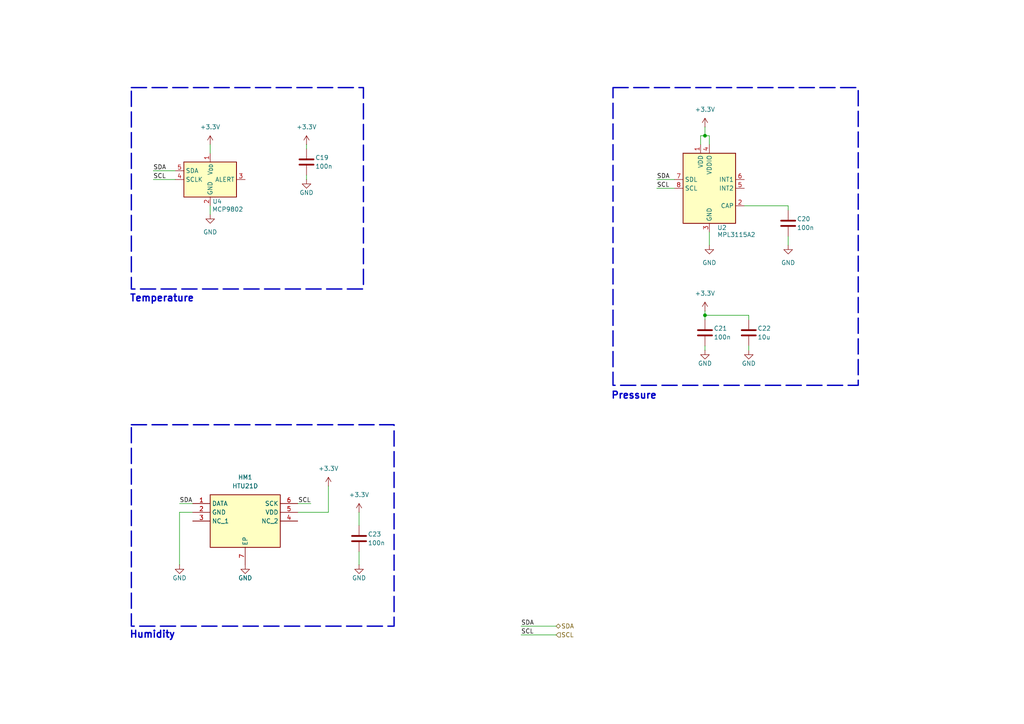
<source format=kicad_sch>
(kicad_sch (version 20231120) (generator "eeschema") (generator_version "8.0")
  (paper "A4")
  (title_block (title "Sensors") (date "2025-01-03") (company "Vojtech Piroch"))
  (lib_symbols
    (symbol "Device:C" (pin_numbers hide) (pin_names (offset 0.254))
      (property "Reference" "C" (at 0.635 2.54 0))
      (property "Value" "C" (at 0.635 -2.54 0))
      (symbol "C_0_1"
        (polyline (pts (xy -2.032 -0.762) (xy 2.032 -0.762)) (stroke (width 0.508)))
        (polyline (pts (xy -2.032 0.762) (xy 2.032 0.762)) (stroke (width 0.508)))
      )
      (symbol "C_1_1"
        (pin passive line (at 0 3.81 270) (length 2.794) (name "~") (number "1"))
        (pin passive line (at 0 -3.81 90) (length 2.794) (name "~") (number "2"))
      )
    )
    (symbol "Library:HTU21D"
      (property "Reference" "HM" (at 26.67 7.62 0))
      (property "Value" "HTU21D" (at 26.67 5.08 0))
      (symbol "HTU21D_1_1"
        (rectangle (start 5.08 2.54) (end 25.4 -12.7) (stroke (width 0.254)) (fill (type background)))
        (pin passive line (at 0 0 0) (length 5.08) (name "DATA") (number "1"))
        (pin passive line (at 0 -2.54 0) (length 5.08) (name "GND") (number "2"))
        (pin passive line (at 0 -5.08 0) (length 5.08) (name "NC_1") (number "3"))
        (pin passive line (at 30.48 -5.08 180) (length 5.08) (name "NC_2") (number "4"))
        (pin passive line (at 30.48 -2.54 180) (length 5.08) (name "VDD") (number "5"))
        (pin passive line (at 30.48 0 180) (length 5.08) (name "SCK") (number "6"))
        (pin passive line (at 15.24 -17.78 90) (length 5.08) (name "EP") (number "7"))
      )
    )
    (symbol "Sensor_Pressure:MPL3115A2"
      (property "Reference" "U" (at -6.35 11.43 0))
      (property "Value" "MPL3115A2" (at 6.35 11.43 0))
      (symbol "MPL3115A2_0_1"
        (rectangle (start 7.62 10.16) (end -7.62 -10.16) (stroke (width 0.254)) (fill (type background)))
      )
      (symbol "MPL3115A2_1_1"
        (pin power_in line (at -2.54 12.7 270) (length 2.54) (name "VDD") (number "1"))
        (pin passive line (at 10.16 -5.08 180) (length 2.54) (name "CAP") (number "2"))
        (pin power_in line (at 0 -12.7 90) (length 2.54) (name "GND") (number "3"))
        (pin power_in line (at 0 12.7 270) (length 2.54) (name "VDDIO") (number "4"))
        (pin open_collector line (at 10.16 0 180) (length 2.54) (name "INT2") (number "5"))
        (pin open_collector line (at 10.16 2.54 180) (length 2.54) (name "INT1") (number "6"))
        (pin bidirectional line (at -10.16 2.54 0) (length 2.54) (name "SDL") (number "7"))
        (pin input line (at -10.16 0 0) (length 2.54) (name "SCL") (number "8"))
      )
    )
    (symbol "Sensor_Temperature:MCP9802Ax-xOT"
      (property "Reference" "U" (at -6.35 6.35 0))
      (property "Value" "MCP9802Ax-xOT" (at 8.89 6.35 0))
      (symbol "MCP9802Ax-xOT_0_1"
        (rectangle (start -7.62 5.08) (end 7.62 -5.08) (stroke (width 0.254)) (fill (type background)))
      )
      (symbol "MCP9802Ax-xOT_1_1"
        (pin power_in line (at 0 7.62 270) (length 2.54) (name "V_{DD}") (number "1"))
        (pin power_in line (at 0 -7.62 90) (length 2.54) (name "GND") (number "2"))
        (pin output line (at 10.16 0 180) (length 2.54) (name "ALERT") (number "3"))
        (pin input line (at -10.16 0 0) (length 2.54) (name "SCLK") (number "4"))
        (pin bidirectional line (at -10.16 2.54 0) (length 2.54) (name "SDA") (number "5"))
      )
    )
    (symbol "power:+3.3V" (power) (pin_numbers hide) (pin_names (offset 0) hide)
      (property "Value" "+3.3V" (at 0 3.556 0))
      (symbol "+3.3V_0_1"
        (polyline (pts (xy -0.762 1.27) (xy 0 2.54)))
        (polyline (pts (xy 0 0) (xy 0 2.54)))
        (polyline (pts (xy 0 2.54) (xy 0.762 1.27)))
      )
      (symbol "+3.3V_1_1"
        (pin power_in line (at 0 0 90) (length 0) (name "~") (number "1"))
      )
    )
    (symbol "power:GND" (power) (pin_numbers hide) (pin_names (offset 0) hide)
      (property "Value" "GND" (at 0 -3.81 0))
      (symbol "GND_0_1"
        (polyline (pts (xy 0 0) (xy 0 -1.27) (xy 1.27 -1.27) (xy 0 -2.54) (xy -1.27 -1.27) (xy 0 -1.27)))
      )
      (symbol "GND_1_1"
        (pin power_in line (at 0 0 270) (length 0) (name "~") (number "1"))
      )
    )
  )
  (junction (at 204.47 91.44))
  (junction (at 204.47 39.37))
  (wire (pts (xy 205.74 39.37) (xy 204.47 39.37)))
  (wire (pts (xy 95.25 148.59) (xy 95.25 140.97)))
  (wire (pts (xy 228.6 68.58) (xy 228.6 71.12)))
  (wire (pts (xy 86.36 146.05) (xy 90.17 146.05)))
  (wire (pts (xy 190.5 54.61) (xy 195.58 54.61)))
  (wire (pts (xy 55.88 148.59) (xy 52.07 148.59)))
  (wire (pts (xy 52.07 148.59) (xy 52.07 163.83)))
  (wire (pts (xy 204.47 90.17) (xy 204.47 91.44)))
  (wire (pts (xy 88.9 52.07) (xy 88.9 50.8)))
  (wire (pts (xy 205.74 67.31) (xy 205.74 71.12)))
  (wire (pts (xy 204.47 36.83) (xy 204.47 39.37)))
  (wire (pts (xy 204.47 91.44) (xy 217.17 91.44)))
  (wire (pts (xy 60.96 41.91) (xy 60.96 44.45)))
  (wire (pts (xy 215.9 59.69) (xy 228.6 59.69)))
  (wire (pts (xy 217.17 92.71) (xy 217.17 91.44)))
  (wire (pts (xy 151.13 181.61) (xy 161.29 181.61)))
  (wire (pts (xy 190.5 52.07) (xy 195.58 52.07)))
  (wire (pts (xy 203.2 39.37) (xy 203.2 41.91)))
  (wire (pts (xy 52.07 146.05) (xy 55.88 146.05)))
  (wire (pts (xy 44.45 49.53) (xy 50.8 49.53)))
  (wire (pts (xy 44.45 52.07) (xy 50.8 52.07)))
  (wire (pts (xy 217.17 100.33) (xy 217.17 101.6)))
  (wire (pts (xy 88.9 41.91) (xy 88.9 43.18)))
  (wire (pts (xy 228.6 59.69) (xy 228.6 60.96)))
  (wire (pts (xy 205.74 41.91) (xy 205.74 39.37)))
  (wire (pts (xy 204.47 91.44) (xy 204.47 92.71)))
  (wire (pts (xy 204.47 101.6) (xy 204.47 100.33)))
  (wire (pts (xy 104.14 160.02) (xy 104.14 163.83)))
  (wire (pts (xy 86.36 148.59) (xy 95.25 148.59)))
  (wire (pts (xy 204.47 39.37) (xy 203.2 39.37)))
  (wire (pts (xy 60.96 59.69) (xy 60.96 62.23)))
  (wire (pts (xy 104.14 148.59) (xy 104.14 152.4)))
  (wire (pts (xy 151.13 184.15) (xy 161.29 184.15)))
  (rectangle (start 38.1 25.4) (end 105.41 83.82) (stroke (width 0.4) (type dash)))
  (rectangle (start 38.1 123.19) (end 114.3 181.61) (stroke (width 0.4) (type dash)))
  (rectangle (start 177.8 25.4) (end 248.92 111.76) (stroke (width 0.4) (type dash)))
  (text "Pressure" (at 183.896 114.808 0) (effects (font (size 2 2) (bold yes))))
  (text "Humidity" (at 44.196 184.15 0) (effects (font (size 2 2) (bold yes))))
  (text "Temperature" (at 46.99 86.614 0) (effects (font (size 2 2) (bold yes))))
  (label "SCL" (at 151.13 184.15 0))
  (label "SDA" (at 44.45 49.53 0))
  (label "SCL" (at 44.45 52.07 0))
  (label "SCL" (at 190.5 54.61 0))
  (label "SDA" (at 151.13 181.61 0))
  (label "SDA" (at 190.5 52.07 0))
  (label "SDA" (at 52.07 146.05 0))
  (label "SCL" (at 90.17 146.05 180))
  (hierarchical_label "SDA" (shape bidirectional) (at 161.29 181.61 0))
  (hierarchical_label "SCL" (shape input) (at 161.29 184.15 0))
  (symbol (lib_id "power:+3.3V") (at 204.47 36.83 0) (unit 1)
    (property "Reference" "#PWR05" (effects (hide yes)))
    (property "Value" "+3.3V" (at 204.47 31.75 0))
    (property "Description" "Power symbol creates a global label with name \"+3.3V\"" (effects (hide yes)))
  )
  (symbol (lib_id "Device:C") (at 204.47 96.52 0) (unit 1)
    (property "Reference" "C21" (at 207.01 95.25 0) (effects (justify left)))
    (property "Value" "100n" (at 207.01 97.79 0) (effects (justify left)))
    (property "Footprint" "Capacitor_SMD:C_0603_1608Metric_Pad1.08x0.95mm_HandSolder" (effects (hide yes)))
    (property "Description" "Unpolarized capacitor" (effects (hide yes)))
  )
  (symbol (lib_id "Device:C") (at 217.17 96.52 0) (unit 1)
    (property "Reference" "C22" (at 219.71 95.25 0) (effects (justify left)))
    (property "Value" "10u" (at 219.71 97.79 0) (effects (justify left)))
    (property "Footprint" "Capacitor_SMD:C_0603_1608Metric_Pad1.08x0.95mm_HandSolder" (effects (hide yes)))
    (property "Description" "Unpolarized capacitor" (effects (hide yes)))
  )
  (symbol (lib_id "power:+3.3V") (at 204.47 90.17 0) (unit 1)
    (property "Reference" "#PWR036" (effects (hide yes)))
    (property "Value" "+3.3V" (at 204.47 85.09 0))
    (property "Description" "Power symbol creates a global label with name \"+3.3V\"" (effects (hide yes)))
  )
  (symbol (lib_id "power:GND") (at 205.74 71.12 0) (unit 1)
    (property "Reference" "#PWR07" (effects (hide yes)))
    (property "Value" "GND" (at 205.74 76.2 0))
    (property "Description" "Power symbol creates a global label with name \"GND\" , ground" (effects (hide yes)))
  )
  (symbol (lib_id "power:GND") (at 60.96 62.23 0) (unit 1)
    (property "Reference" "#PWR04" (effects (hide yes)))
    (property "Value" "GND" (at 60.96 67.31 0))
    (property "Description" "Power symbol creates a global label with name \"GND\" , ground" (effects (hide yes)))
  )
  (symbol (lib_id "Device:C") (at 104.14 156.21 0) (unit 1)
    (property "Reference" "C23" (at 106.68 154.94 0) (effects (justify left)))
    (property "Value" "100n" (at 106.68 157.48 0) (effects (justify left)))
    (property "Footprint" "Capacitor_SMD:C_0603_1608Metric_Pad1.08x0.95mm_HandSolder" (effects (hide yes)))
    (property "Description" "Unpolarized capacitor" (effects (hide yes)))
  )
  (symbol (lib_id "power:GND") (at 217.17 101.6 0) (unit 1)
    (property "Reference" "#PWR09" (effects (hide yes)))
    (property "Value" "GND" (at 217.17 105.41 0))
    (property "Description" "Power symbol creates a global label with name \"GND\" , ground" (effects (hide yes)))
  )
  (symbol (lib_id "Device:C") (at 88.9 46.99 0) (unit 1)
    (property "Reference" "C19" (at 91.44 45.72 0) (effects (justify left)))
    (property "Value" "100n" (at 91.44 48.26 0) (effects (justify left)))
    (property "Footprint" "Capacitor_SMD:C_0603_1608Metric_Pad1.08x0.95mm_HandSolder" (effects (hide yes)))
    (property "Description" "Unpolarized capacitor" (effects (hide yes)))
  )
  (symbol (lib_id "Library:HTU21D") (at 55.88 146.05 0) (unit 1)
    (property "Reference" "HM1" (at 71.12 138.43 0))
    (property "Value" "HTU21D" (at 71.12 140.97 0))
    (property "Footprint" "Library:SON100P300X300X100-7N-D" (effects (hide yes)))
    (property "Datasheet" "http://www.te.com/commerce/DocumentDelivery/DDEController?Action=showdoc&DocId=Data+Sheet%7FHPC199_6%7FA6%7Fpdf%7FEnglish%7FENG_DS_HPC199_6_A6.pdf%7FCAT-HSC0004" (effects (hide yes)))
    (property "Description" "SENSOR SOLUTIONS - TE CONNECTIVITY - HTU21D - HUMIDITY/TEMP SENSOR, DIGITAL, DFN-6" (effects (hide yes)))
    (property "Height" "1" (effects (hide yes)))
    (property "Mouser Part Number" "824-HTU21D" (effects (hide yes)))
    (property "Mouser Price/Stock" "https://www.mouser.co.uk/ProductDetail/Measurement-Specialties/HTU21D?qs=tx5doIiTu8oixw1WN5Uy8A%3D%3D" (effects (hide yes)))
    (property "Manufacturer_Name" "TE Connectivity" (effects (hide yes)))
    (property "Manufacturer_Part_Number" "HTU21D" (effects (hide yes)))
  )
  (symbol (lib_id "power:GND") (at 228.6 71.12 0) (unit 1)
    (property "Reference" "#PWR06" (effects (hide yes)))
    (property "Value" "GND" (at 228.6 76.2 0))
    (property "Description" "Power symbol creates a global label with name \"GND\" , ground" (effects (hide yes)))
  )
  (symbol (lib_id "power:GND") (at 71.12 163.83 0) (unit 1)
    (property "Reference" "#PWR041" (effects (hide yes)))
    (property "Value" "GND" (at 71.12 167.64 0))
    (property "Description" "Power symbol creates a global label with name \"GND\" , ground" (effects (hide yes)))
  )
  (symbol (lib_id "Device:C") (at 228.6 64.77 0) (unit 1)
    (property "Reference" "C20" (at 231.14 63.5 0) (effects (justify left)))
    (property "Value" "100n" (at 231.14 66.04 0) (effects (justify left)))
    (property "Footprint" "Capacitor_SMD:C_0603_1608Metric_Pad1.08x0.95mm_HandSolder" (effects (hide yes)))
    (property "Description" "Unpolarized capacitor" (effects (hide yes)))
  )
  (symbol (lib_id "power:GND") (at 88.9 52.07 0) (unit 1)
    (property "Reference" "#PWR038" (effects (hide yes)))
    (property "Value" "GND" (at 88.9 55.88 0))
    (property "Description" "Power symbol creates a global label with name \"GND\" , ground" (effects (hide yes)))
  )
  (symbol (lib_id "power:+3.3V") (at 95.25 140.97 0) (unit 1)
    (property "Reference" "#PWR060" (effects (hide yes)))
    (property "Value" "+3.3V" (at 95.25 135.89 0))
    (property "Description" "Power symbol creates a global label with name \"+3.3V\"" (effects (hide yes)))
  )
  (symbol (lib_id "power:+3.3V") (at 60.96 41.91 0) (unit 1)
    (property "Reference" "#PWR03" (effects (hide yes)))
    (property "Value" "+3.3V" (at 60.96 36.83 0))
    (property "Description" "Power symbol creates a global label with name \"+3.3V\"" (effects (hide yes)))
  )
  (symbol (lib_id "Sensor_Temperature:MCP9802Ax-xOT") (at 60.96 52.07 0) (unit 1)
    (property "Reference" "U4" (at 62.992 58.42 0))
    (property "Value" "MCP9802" (at 66.04 60.706 0))
    (property "Footprint" "Package_TO_SOT_SMD:SOT-23-5" (effects (hide yes)))
    (property "Datasheet" "https://ww1.microchip.com/downloads/aemDocuments/documents/OTH/ProductDocuments/DataSheets/21909d.pdf" (effects (hide yes)))
    (property "Description" "2-Wire High-Accuracy Temperature Sensor, Serial Bus time-out 35 ms, SOT-23-5" (effects (hide yes)))
  )
  (symbol (lib_id "power:GND") (at 104.14 163.83 0) (unit 1)
    (property "Reference" "#PWR042" (effects (hide yes)))
    (property "Value" "GND" (at 104.14 167.64 0))
    (property "Description" "Power symbol creates a global label with name \"GND\" , ground" (effects (hide yes)))
  )
  (symbol (lib_id "power:+3.3V") (at 88.9 41.91 0) (unit 1)
    (property "Reference" "#PWR037" (effects (hide yes)))
    (property "Value" "+3.3V" (at 88.9 36.83 0))
    (property "Description" "Power symbol creates a global label with name \"+3.3V\"" (effects (hide yes)))
  )
  (symbol (lib_id "power:GND") (at 204.47 101.6 0) (unit 1)
    (property "Reference" "#PWR08" (effects (hide yes)))
    (property "Value" "GND" (at 204.47 105.41 0))
    (property "Description" "Power symbol creates a global label with name \"GND\" , ground" (effects (hide yes)))
  )
  (symbol (lib_id "Sensor_Pressure:MPL3115A2") (at 205.74 54.61 0) (unit 1)
    (property "Reference" "U2" (at 208.026 66.04 0) (effects (justify left)))
    (property "Value" "MPL3115A2" (at 208.026 68.072 0) (effects (justify left)))
    (property "Footprint" "Package_LGA:NXP_LGA-8_3x5mm_P1.25mm_H1.1mm" (effects (hide yes)))
    (property "Datasheet" "https://www.nxp.com/docs/en/data-sheet/MPL3115A2.pdf" (effects (hide yes)))
    (property "Description" "I2C precision pressure sensor with altimetry, LGA-8" (effects (hide yes)))
  )
  (symbol (lib_id "power:+3.3V") (at 104.14 148.59 0) (unit 1)
    (property "Reference" "#PWR040" (effects (hide yes)))
    (property "Value" "+3.3V" (at 104.14 143.51 0))
    (property "Description" "Power symbol creates a global label with name \"+3.3V\"" (effects (hide yes)))
  )
  (symbol (lib_id "power:GND") (at 52.07 163.83 0) (unit 1)
    (property "Reference" "#PWR061" (effects (hide yes)))
    (property "Value" "GND" (at 52.07 167.64 0))
    (property "Description" "Power symbol creates a global label with name \"GND\" , ground" (effects (hide yes)))
  )
)
</source>
